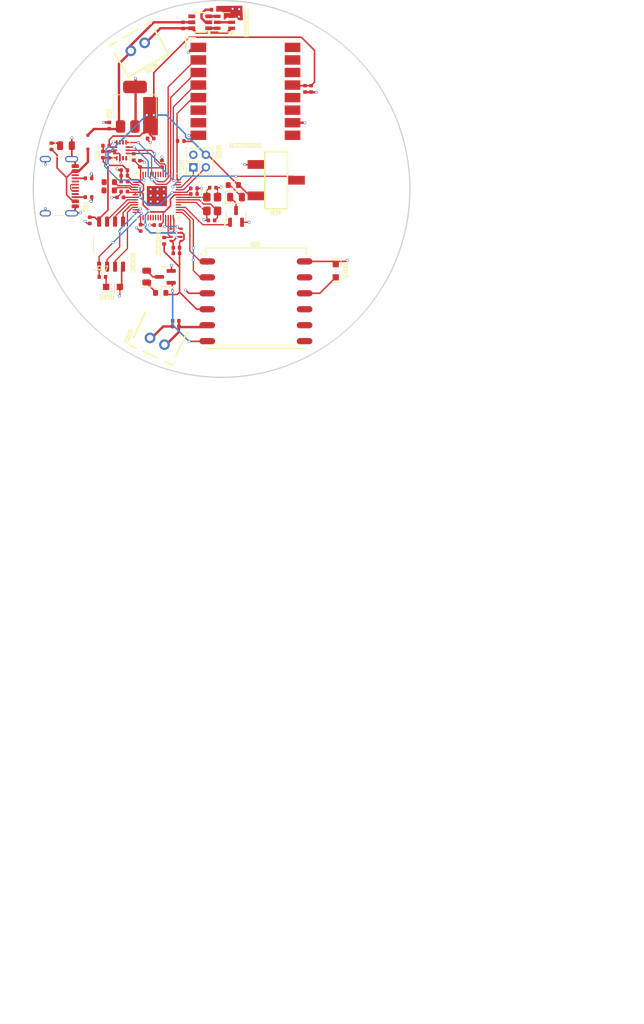
<source format=kicad_pcb>
(kicad_pcb (version 20241229) (generator "pcbnew") (generator_version "9.0")
  (layers (0 "F.Cu" signal) (4 "In1.Cu" power) (6 "In2.Cu" power) (2 "B.Cu" signal) (13 "F.Paste" user) (15 "B.Paste" user) (5 "F.SilkS" user "F.Silkscreen") (7 "B.SilkS" user "B.Silkscreen") (1 "F.Mask" user) (3 "B.Mask" user) (25 "Edge.Cuts" user))
  (net 0 "")
  (net 1 "+3.3V")
  (net 2 "+BATT")
  (net 3 "/SPI1_SCK")
  (net 4 "+1V1")
  (net 5 "/USB_FS_DN")
  (net 6 "/USB_FS_DP")
  (net 7 "/XIN")
  (net 8 "Net-(Q1-D)")
  (net 9 "Net-(D2-Pad2)")
  (net 10 "Net-(D6-Pad2)")
  (net 11 "Net-(D3-Pad2)")
  (net 16 "GND")
  (net 26 "/Lora_RES")
  (net 28 "Net-(P1-CC2)")
  (net 29 "Net-(Q3-D)")
  (net 30 "/SWDIO")
  (net 33 "/SWCLK")
  (net 34 "Net-(Q3-G)")
  (net 35 "/IMU_INT")
  (net 37 "Net-(U6-~{RESET})")
  (net 38 "Net-(JP1-B)")
  (net 39 "Net-(P1-CC1)")
  (net 40 "+5V")
  (net 41 "/SPI1_RX")
  (net 42 "/SPI0_CSn")
  (net 43 "/SPI0_RX")
  (net 44 "/QSPI_SD2")
  (net 45 "/QSPI_SD3")
  (net 46 "/SPI0_TX")
  (net 47 "/QSPI_SD1")
  (net 48 "/SPI1_CSn")
  (net 49 "/QSPI_SCLK")
  (net 50 "/SPI1_TX")
  (net 51 "/QSPI_NSS")
  (net 52 "/SPI0_SCK")
  (net 53 "/QSPI_SD0")
  (net 54 "/XOUT")
  (net 55 "/UART0_TX")
  (net 56 "/UART0_RX")
  (net 57 "Net-(Q1-G)")
  (net 58 "Net-(U4-USB_DP)")
  (net 59 "Net-(U4-USB_DM)")
  (net 60 "+1S LiPo")
  (net 61 "-1S LiPo")
  (net 62 "Net-(Q2-D-Pad2)")
  (net 63 "Net-(Q2-G2)")
  (net 64 "Net-(Q2-G1)")
  (net 66 "Net-(R3-CS)")
  (net 67 "Net-(SW1-B)")
  (footprint "PCM_JLCPCB:D_0805" (layer "F.Cu") (at 166.3 45.8)
    (property "Reference" "D2" (hide yes))
    (property "Value" "Red")
  )
  (footprint "PCM_JLCPCB:C_0402" (layer "F.Cu") (at 178.25 28.55 -90)
    (property "Reference" "C3" (hide yes))
    (property "Value" "10uF")
  )
  (footprint "PCM_JLCPCB:C_0402" (layer "F.Cu") (at 148.5 43.3 180)
    (property "Reference" "C18" (hide yes))
    (property "Value" "100nF")
  )
  (footprint "easyeda2kicad:CONN-TH_B2B-XH-A-LF-SN" (layer "F.Cu") (at 153.748989 68.763275 -25)
    (property "Reference" "BATT1")
    (property "Value" "Connector")
  )
  (footprint "Resistor_SMD:R_0402_1005Metric" (layer "F.Cu") (at 142.8 42.8 180)
    (property "Reference" "R1" (hide yes))
    (property "Value" "5.1kΩ")
  )
  (footprint "PCM_JLCPCB:C_0402" (layer "F.Cu") (at 145.1 39.025 -90)
    (property "Reference" "C6" (hide yes))
    (property "Value" "100nF")
  )
  (footprint "Resistor_SMD:R_0603_1608Metric" (layer "F.Cu") (at 165.875 43.875 180)
    (property "Reference" "R16" (hide yes))
    (property "Value" "75Ω")
  )
  (footprint "Resistor_SMD:R_0402_1005Metric" (layer "F.Cu") (at 145.01 58.5)
    (property "Reference" "R7")
    (property "Value" "5.1kΩ")
  )
  (footprint "PCM_JLCPCB:C_0402" (layer "F.Cu") (at 145.6 37.6)
    (property "Reference" "C8" (hide yes))
    (property "Value" "10nF")
  )
  (footprint "PCM_JLCPCB:C_0402" (layer "F.Cu") (at 148.5 41.5 180)
    (property "Reference" "C25" (hide yes))
    (property "Value" "100nF")
  )
  (footprint "PCM_JLCPCB:C_0402" (layer "F.Cu") (at 157.85 18.45 90)
    (property "Reference" "C20" (hide yes))
    (property "Value" "100nF")
  )
  (footprint "PCM_JLCPCB:C_0402" (layer "F.Cu") (at 147.857644 45.836566 180)
    (property "Reference" "C22" (hide yes))
    (property "Value" "1uF")
  )
  (footprint "Package_LGA:Bosch_LGA-8_2x2.5mm_P0.65mm_ClockwisePinNumbering" (layer "F.Cu") (at 156.75 51.8 90)
    (property "Reference" "U3" (hide yes))
    (property "Value" "BMP280")
  )
  (footprint "Resistor_SMD:R_0402_1005Metric" (layer "F.Cu") (at 142.8 45.8 180)
    (property "Reference" "R2" (hide yes))
    (property "Value" "5.1kΩ")
  )
  (footprint "PCM_JLCPCB:C_0402" (layer "F.Cu") (at 159.6 44.4)
    (property "Reference" "C19" (hide yes))
    (property "Value" "100nF")
  )
  (footprint "PCM_JLCPCB:C_0402" (layer "F.Cu") (at 159.6 45.3)
    (property "Reference" "C13" (hide yes))
    (property "Value" "100nF")
  )
  (footprint "PCM_JLCPCB:C_0402" (layer "F.Cu") (at 154.5 40.484493 90)
    (property "Reference" "C16" (hide yes))
    (property "Value" "100nF")
  )
  (footprint "TestPoint:TestPoint_Pad_1.0x1.0mm" (layer "F.Cu") (at 182.186857 58.56907 90)
    (property "Reference" "REF**" (hide yes))
    (property "Value" "TestPoint_Pad_1.0x1.0mm")
  )
  (footprint "PCM_JLCPCB:C_0402" (layer "F.Cu") (at 156.7 66.4 180)
    (property "Reference" "C31" (hide yes))
    (property "Value" "100nF")
  )
  (footprint "PCM_JLCPCB:C_0402" (layer "F.Cu") (at 143 49.5 90)
    (property "Reference" "C1" (hide yes))
    (property "Value" "100nF")
  )
  (footprint "Package_SO:SOIC-8_5.3x5.3mm_P1.27mm" (layer "F.Cu") (at 146.392637 53.285382 90)
    (property "Reference" "U2" (hide yes))
    (property "Value" "W25Q16JVSS")
  )
  (footprint "Resistor_SMD:R_0402_1005Metric" (layer "F.Cu") (at 136.9 37.7 90)
    (property "Reference" "R11" (hide yes))
    (property "Value" "200Ω")
  )
  (footprint "PCM_JLCPCB:C_0402" (layer "F.Cu") (at 146.1 34.4 90)
    (property "Reference" "C5" (hide yes))
    (property "Value" "4.7uF")
  )
  (footprint "easyeda2kicad:LGA-14_L3.0-W2.5-P0.50-TL" (layer "F.Cu") (at 148.05 38.34 -90)
    (property "Reference" "U1" (hide yes))
    (property "Value" "ICM-42605")
  )
  (footprint "PCM_JLCPCB:Q_SOT-23" (layer "F.Cu") (at 155.03 58.5 180)
    (property "Reference" "Q3" (hide yes))
    (property "Value" "AO3400A")
  )
  (footprint "Package_DFN_QFN:QFN-56-1EP_7x7mm_P0.4mm_EP3.2x3.2mm" (layer "F.Cu") (at 153.691038 45.627972 90)
    (property "Reference" "U4" (hide yes))
    (property "Value" "RP2040")
  )
  (footprint "easyeda2kicad:SOT-23-6_L2.9-W1.6-P0.95-LS2.8-BL" (layer "F.Cu") (at 164.45 17.95 90)
    (property "Reference" "Q2" (hide yes))
    (property "Value" "NCE8205")
  )
  (footprint "TestPoint:TestPoint_Pad_1.0x1.0mm" (layer "F.Cu") (at 147.8 60.1)
    (property "Reference" "REF**" (hide yes))
    (property "Value" "TestPoint_Pad_1.0x1.0mm")
  )
  (footprint "PCM_JLCPCB:C_0402" (layer "F.Cu") (at 151 40.5 90)
    (property "Reference" "C29" (hide yes))
    (property "Value" "100nF")
  )
  (footprint "TestPoint:TestPoint_Pad_1.0x1.0mm" (layer "F.Cu") (at 182.186857 56.46907 180)
    (property "Reference" "REF**" (hide yes))
    (property "Value" "TestPoint_Pad_1.0x1.0mm")
  )
  (footprint "PCM_JLCPCB:R_0603" (layer "F.Cu") (at 146.091285 44.734785)
    (property "Reference" "R17" (hide yes))
    (property "Value" "27Ω")
  )
  (footprint "PCM_JLCPCB:C_0402" (layer "F.Cu") (at 146.078059 39.04 90)
    (property "Reference" "C7" (hide yes))
    (property "Value" "2.2uF")
  )
  (footprint "Crystal:Crystal_SMD_3225-4Pin_3.2x2.5mm" (layer "F.Cu") (at 162.5 46.9 -90)
    (property "Reference" "X1" (hide yes))
    (property "Value" "Crystal_GND24_Small")
  )
  (footprint "PCM_JLCPCB:R_0603" (layer "F.Cu") (at 146.111701 43.407735)
    (property "Reference" "R18" (hide yes))
    (property "Value" "27Ω")
  )
  (footprint "TestPoint:TestPoint_Pad_1.0x1.0mm" (layer "F.Cu") (at 145.6 60.1 90)
    (property "Reference" "REF**" (hide yes))
    (property "Value" "TestPoint_Pad_1.0x1.0mm")
  )
  (footprint "Resistor_SMD:R_0402_1005Metric" (layer "F.Cu") (at 157.5 36.85 180)
    (property "Reference" "R10" (hide yes))
    (property "Value" "5.1kΩ")
  )
  (footprint "Diode_SMD:D_SOD-323F" (layer "F.Cu") (at 142.7 37.05 -90)
    (property "Reference" "D1" (hide yes))
    (property "Value" "PMEG3015EJ")
  )
  (footprint "PCM_JLCPCB:C_0402" (layer "F.Cu") (at 152.7 36.45 180)
    (property "Reference" "C4" (hide yes))
    (property "Value" "4.7uF")
  )
  (footprint "PCM_JLCPCB:C_0402" (layer "F.Cu") (at 148.5 42.4 180)
    (property "Reference" "C14" (hide yes))
    (property "Value" "100nF")
  )
  (footprint "Connector_USB:USB_C_Receptacle_GCT_USB4105-xx-A_16P_TopMnt_Horizontal" (layer "F.Cu") (at 137.00625 44.05625 -90)
    (property "Reference" "P1" (hide yes))
    (property "Value" "USB_C_Plug")
  )
  (footprint "Connector_PinHeader_2.00mm:PinHeader_2x02_P2.00mm_Vertical" (layer "F.Cu") (at 159.5 41.05 90)
    (property "Reference" "SWD1")
    (property "Value" "Conn_01x04_Pin")
  )
  (footprint "PCM_JLCPCB:C_0402" (layer "F.Cu") (at 156.8 54.75 180)
    (property "Reference" "C12" (hide yes))
    (property "Value" "100nF")
  )
  (footprint "PCM_JLCPCB:D_0805" (layer "F.Cu") (at 139.2 37.6 180)
    (property "Reference" "D3" (hide yes))
    (property "Value" "Green")
  )
  (footprint "PCM_JLCPCB:C_0402" (layer "F.Cu") (at 162.6 44.3 180)
    (property "Reference" "C10" (hide yes))
    (property "Value" "15pF")
  )
  (footprint "Lora1276:COMM-SMD_LORA1276-C1-915MHZ" (layer "F.Cu") (at 167.8 28.95)
    (property "Reference" "U7" (hide yes))
    (property "Value" "915MHz")
  )
  (footprint "PCM_JLCPCB:C_0402" (layer "F.Cu") (at 151.1 50.7 -90)
    (property "Reference" "C2" (hide yes))
    (property "Value" "100nF")
  )
  (footprint "Package_TO_SOT_SMD:SOT-223-3_TabPin2" (layer "F.Cu") (at 150.2 31.4 90)
    (property "Reference" "U9" (hide yes))
    (property "Value" "AP7361C-33E")
  )
  (footprint "MountingHole:MountingHole_2.1mm" (layer "F.Cu") (at 140.8 30.8)
    (property "Reference" "REF**" (hide yes))
    (property "Value" "MountingHole_2.1mm")
  )
  (footprint "Resistor_SMD:R_0402_1005Metric" (layer "F.Cu") (at 150 39.4 90)
    (property "Reference" "R12" (hide yes))
    (property "Value" "5.1kΩ")
  )
  (footprint "easyeda2kicad:CONN-TH_B2B-XH-A-LF-SN" (layer "F.Cu") (at 150.644999 21.860027 -150)
    (property "Reference" "LIPO1")
    (property "Value" "Connector")
  )
  (footprint "PCM_JLCPCB:C_0402" (layer "F.Cu") (at 162.4 49.5)
    (property "Reference" "C11" (hide yes))
    (property "Value" "15pF")
  )
  (footprint "PCM_JLCPCB:C_0402" (layer "F.Cu") (at 156.7 65.5 180)
    (property "Reference" "C15" (hide yes))
    (property "Value" "4.7uF")
  )
  (footprint "PCM_JLCPCB:C_0402" (layer "F.Cu") (at 153.75 50.25 180)
    (property "Reference" "C9" (hide yes))
    (property "Value" "100nF")
  )
  (footprint "MountingHole:MountingHole_2.1mm" (layer "F.Cu") (at 186.9 57.6)
    (property "Reference" "REF**" (hide yes))
    (property "Value" "MountingHole_2.1mm")
  )
  (footprint "Resistor_SMD:R_0402_1005Metric" (layer "F.Cu") (at 154.85 52.75 -90)
    (property "Reference" "R9" (hide yes))
    (property "Value" "5.1kΩ")
  )
  (footprint "L86:XCVR_L86-M33" (layer "F.Cu") (at 169.470171 62.387199)
    (property "Reference" "U6" (hide yes))
    (property "Value" "L86-M33")
  )
  (footprint "MountingHole:MountingHole_2.1mm" (layer "F.Cu") (at 140.8 57.7)
    (property "Reference" "REF**" (hide yes))
    (property "Value" "MountingHole_2.1mm")
  )
  (footprint "PCM_JLCPCB:D_0805" (layer "F.Cu") (at 152.07 58.45 -90)
    (property "Reference" "D6" (hide yes))
    (property "Value" "Red")
  )
  (footprint "PCM_JLCPCB:C_0402" (layer "F.Cu") (at 177.3 28.55 -90)
    (property "Reference" "C28" (hide yes))
    (property "Value" "100nF")
  )
  (footprint "easyeda2kicad:SOT-23-6_L2.9-W1.6-P0.95-LS2.8-BR" (layer "F.Cu") (at 160.6 17.95)
    (property "Reference" "R3" (hide yes))
    (property "Value" "FM2113_C2832124")
  )
  (footprint "PCM_JLCPCB:Q_SOT-23" (layer "F.Cu") (at 166.3 48.865 90)
    (property "Reference" "Q1" (hide yes))
    (property "Value" "AO3400A")
  )
  (footprint "PCM_JLCPCB:C_0402" (layer "F.Cu") (at 148.5 44.9 180)
    (property "Reference" "C23" (hide yes))
    (property "Value" "1uF")
  )
  (footprint "Resistor_SMD:R_0603_1608Metric" (layer "F.Cu") (at 154.3 61.05 180)
    (property "Reference" "R13" (hide yes))
    (property "Value" "75Ω")
  )
  (footprint "PCM_JLCPCB:R_0402" (layer "F.Cu") (at 162.9 15.95)
    (property "Reference" "R4" (hide yes))
    (property "Value" "2kΩ" (hide yes))
  )
  (footprint "PCM_JLCPCB:C_0402" (layer "F.Cu") (at 156.8 53.85 180)
    (property "Reference" "C17" (hide yes))
    (property "Value" "100nF")
  )
  (footprint "SW-SHOUHAN_MST-22D18G23J_C2875122:SW-SMD_SHOUHAN_MST-22D18G23J_C2875122" (layer "F.Cu") (at 172.7 43.1 -90)
    (property "Reference" "SW1")
    (property "Value" "SW_SPDT")
  )
  (gr_circle (center 164 44.5) (end 194 44.5) (stroke (width 0.2)) (fill no) (layer "Edge.Cuts"))
  (gr_text "PROTECTION" (at 167.95 18.025 90) (layer "F.SilkS" knockout) (effects (font (size 0.5 0.5) (thickness 0.125))))
  (gr_text "RESET" (at 145.7 61.75 0) (layer "F.SilkS" knockout) (effects (font (size 0.5 0.5) (thickness 0.125))))
  (gr_text "RESET" (at 183.75 57.6 90) (layer "F.SilkS" knockout) (effects (font (size 0.5 0.5) (thickness 0.125))))
  (segment (start 154.691038 42.190472) (end 154.691038 41.008962) (width 0.2) (layer "F.Cu") (net 1))
  (segment (start 157.3 60.927362) (end 160.029837 63.657199) (width 0.254) (layer "F.Cu") (net 1))
  (segment (start 151.125 50.175) (end 151.1 50.2) (width 0.254) (layer "F.Cu") (net 1))
  (segment (start 150.253538 43.027972) (end 149.627972 43.027972) (width 0.2) (layer "F.Cu") (net 1))
  (segment (start 161.5 39.05) (end 161.8 39.05) (width 0.254) (layer "F.Cu") (net 1))
  (segment (start 151.505 45.310944) (end 151.222028 45.027972) (width 0.254) (layer "F.Cu") (net 1))
  (segment (start 157.7302 52.775) (end 157.55 52.775) (width 0.254) (layer "F.Cu") (net 1))
  (segment (start 155.125 61.18) (end 155.125 61.05) (width 0.254) (layer "F.Cu") (net 1))
  (segment (start 156.85 51.475) (end 157.55 51.475) (width 0.254) (layer "F.Cu") (net 1))
  (segment (start 154.2 50.3) (end 154.25 50.25) (width 0.2) (layer "F.Cu") (net 1))
  (segment (start 154.691038 41.008962) (end 154.7 41) (width 0.2) (layer "F.Cu") (net 1))
  (segment (start 145.7 40.7) (end 145.152649 40.152649) (width 0.254) (layer "F.Cu") (net 1))
  (segment (start 147.04 37.84) (end 146.34 37.84) (width 0.254) (layer "F.Cu") (net 1))
  (segment (start 150.975 36.075) (end 146.7 36.075) (width 0.254) (layer "F.Cu") (net 1))
  (segment (start 159.1 45.3) (end 158.972028 45.427972) (width 0.2) (layer "F.Cu") (net 1))
  (segment (start 151.095921 50.240947) (end 151.095921 49.070355) (width 0.2) (layer "F.Cu") (net 1))
  (segment (start 157.3 56.925) (end 154.85 54.475) (width 0.254) (layer "F.Cu") (net 1))
  (segment (start 146.7 36.075) (end 146.1 36.675) (width 0.254) (layer "F.Cu") (net 1))
  (segment (start 155.85 46.102362) (end 156.52439 45.427972) (width 0.254) (layer "F.Cu") (net 1))
  (segment (start 157.3 53.025) (end 157.55 52.775) (width 0.254) (layer "F.Cu") (net 1))
  (segment (start 154.682076 48.15) (end 154.691038 48.158962) (width 0.254) (layer "F.Cu") (net 1))
  (segment (start 146.34 37.84) (end 146.1 37.6) (width 0.254) (layer "F.Cu") (net 1))
  (segment (start 150.654104 43.027972) (end 151.054104 43.427972) (width 0.2) (layer "F.Cu") (net 1))
  (segment (start 151.505 47.047134) (end 151.505 45.310944) (width 0.254) (layer "F.Cu") (net 1))
  (segment (start 151 41) (end 151.1326 41.1326) (width 0.2) (layer "F.Cu") (net 1))
  (segment (start 145.894301 40.7) (end 145.894301 47.855699) (width 0.254) (layer "F.Cu") (net 1))
  (segment (start 154.691038 49.065472) (end 154.691038 49.808962) (width 0.2) (layer "F.Cu") (net 1))
  (segment (start 156.52439 45.427972) (end 157.128538 45.427972) (width 0.222) (layer "F.Cu") (net 1))
  (segment (start 150.253538 43.027972) (end 150.654104 43.027972) (width 0.2) (layer "F.Cu") (net 1))
  (segment (start 149.627972 43.027972) (end 149 42.4) (width 0.2) (layer "F.Cu") (net 1))
  (segment (start 158.0026 52.5026) (end 157.7302 52.775) (width 0.254) (layer "F.Cu") (net 1))
  (segment (start 166.625 43.875) (end 166.7 43.875) (width 0.254) (layer "F.Cu") (net 1))
  (segment (start 158.0896 36.9296) (end 159.3796 36.9296) (width 0.254) (layer "F.Cu") (net 1))
  (segment (start 158.85 20.325) (end 176.7 20.325) (width 0.254) (layer "F.Cu") (net 1))
  (segment (start 166.7 43.875) (end 166.75 43.875) (width 0.254) (layer "F.Cu") (net 1))
  (segment (start 156.920762 61.3066) (end 155.2516 61.3066) (width 0.254) (layer "F.Cu") (net 1))
  (segment (start 150.253538 45.027972) (end 151.222028 45.027972) (width 0.254) (layer "F.Cu") (net 1))
  (segment (start 149 41.5) (end 149 42.4) (width 0.254) (layer "F.Cu") (net 1))
  (segment (start 177.3 28.05) (end 175.4 28.05) (width 0.254) (layer "F.Cu") (net 1))
  (segment (start 154.85 54.475) (end 154.85 53.26) (width 0.254) (layer "F.Cu") (net 1))
  (segment (start 154.9 48.15) (end 154.7 48.15) (width 0.254) (layer "F.Cu") (net 1))
  (segment (start 151.091038 42.190472) (end 151.091038 41.008962) (width 0.2) (layer "F.Cu") (net 1))
  (segment (start 157.3 54.75) (end 157.3 56.925) (width 0.254) (layer "F.Cu") (net 1))
  (segment (start 178.25 28.05) (end 177.3 28.05) (width 0.254) (layer "F.Cu") (net 1))
  (segment (start 160.029837 63.657199) (end 161.720171 63.657199) (width 0.254) (layer "F.Cu") (net 1))
  (segment (start 175.4 28.05) (end 175.3 27.95) (width 0.254) (layer "F.Cu") (net 1))
  (segment (start 152.5 34.55) (end 150.975 36.075) (width 0.254) (layer "F.Cu") (net 1))
  (segment (start 151.095921 49.070355) (end 151.091038 49.065472) (width 0.2) (layer "F.Cu") (net 1))
  (segment (start 151 40.91) (end 150 39.91) (width 0.2) (layer "F.Cu") (net 1))
  (segment (start 145.944301 40.75) (end 145.894301 40.7) (width 0.254) (layer "F.Cu") (net 1))
  (segment (start 152.453933 47.996067) (end 151.505 47.047134) (width 0.254) (layer "F.Cu") (net 1))
  (segment (start 149.255757 45.027972) (end 149.037038 44.809253) (width 0.2) (layer "F.Cu") (net 1))
  (segment (start 145.152649 40.152649) (end 145.152649 39.556982) (width 0.254) (layer "F.Cu") (net 1))
  (segment (start 146.1 36.675) (end 146.1 37.6) (width 0.254) (layer "F.Cu") (net 1))
  (segment (start 145.894301 47.855699) (end 144.487637 49.262363) (width 0.254) (layer "F.Cu") (net 1))
  (segment (start 154.401893 41.1326) (end 154.55 40.984493) (width 0.2) (layer "F.Cu") (net 1))
  (segment (start 144.487637 49.697882) (end 143.789755 49) (width 0.254) (layer "F.Cu") (net 1))
  (segment (start 157.3 56.925) (end 157.3 60.6) (width 0.254) (layer "F.Cu") (net 1))
  (segment (start 154.691038 49.808962) (end 154.25 50.25) (width 0.2) (layer "F.Cu") (net 1))
  (segment (start 157.3 60.927362) (end 156.920762 61.3066) (width 0.254) (layer "F.Cu") (net 1))
  (segment (start 153.28 36.53) (end 153.2 36.45) (width 0.381) (layer "F.Cu") (net 1))
  (segment (start 166.75 43.875) (end 168.475 45.6) (width 0.254) (layer "F.Cu") (net 1))
  (segment (start 153.2 32.725) (end 153.2 25.975) (width 0.254) (layer "F.Cu") (net 1))
  (segment (start 150.253538 45.027972) (end 149.255757 45.027972) (width 0.2) (layer "F.Cu") (net 1))
  (segment (start 153.2 25.975) (end 158.85 20.325) (width 0.254) (layer "F.Cu") (net 1))
  (segment (start 158.972028 45.427972) (end 157.128538 45.427972) (width 0.2) (layer "F.Cu") (net 1))
  (segment (start 151.091038 43.391038) (end 151.127972 43.427972) (width 0.254) (layer "F.Cu") (net 1))
  (segment (start 158.01 36.85) (end 158.0896 36.9296) (width 0.254) (layer "F.Cu") (net 1))
  (segment (start 157.55 51.475) (end 157.7302 51.475) (width 0.254) (layer "F.Cu") (net 1))
  (segment (start 149 41.5) (end 148.25 40.75) (width 0.254) (layer "F.Cu") (net 1))
  (segment (start 152.607866 48.15) (end 154.682076 48.15) (width 0.254) (layer "F.Cu") (net 1))
  (segment (start 151.222028 45.027972) (end 151.55 44.7) (width 0.254) (layer "F.Cu") (net 1))
  (segment (start 151.85 50.175) (end 151.125 50.175) (width 0.254) (layer "F.Cu") (net 1))
  (segment (start 178.8 27.5) (end 178.25 28.05) (width 0.254) (layer "F.Cu") (net 1))
  (segment (start 146.061077 39.556982) (end 146.078059 39.54) (width 0.2) (layer "F.Cu") (net 1))
  (segment (start 151.091038 42.190472) (end 151.091038 43.391038) (width 0.2) (layer "F.Cu") (net 1))
  (segment (start 161.8 39.05) (end 166.625 43.875) (width 0.254) (layer "F.Cu") (net 1))
  (segment (start 159.3796 36.9296) (end 161.5 39.05) (width 0.254) (layer "F.Cu") (net 1))
  (segment (start 144.487637 49.262363) (end 144.487637 49.697882) (width 0.254) (layer "F.Cu") (net 1))
  (segment (start 148.25 40.75) (end 145.944301 40.75) (width 0.254) (layer "F.Cu") (net 1))
  (segment (start 151.091038 41.008962) (end 151.1 41) (width 0.2) (layer "F.Cu") (net 1))
  (segment (start 152.5 35.75) (end 153.2 36.45) (width 0.254) (layer "F.Cu") (net 1))
  (segment (start 152.5 34.55) (end 152.5 35.75) (width 0.254) (layer "F.Cu") (net 1))
  (segment (start 151.116238 50.261264) (end 151.095921 50.240947) (width 0.2) (layer "F.Cu") (net 1))
  (segment (start 147.24 39.54) (end 147.3 39.6) (width 0.2) (layer "F.Cu") (net 1))
  (segment (start 151 41) (end 151 40.91) (width 0.2) (layer "F.Cu") (net 1))
  (segment (start 157.3 60.6) (end 157.3 60.927362) (width 0.254) (layer "F.Cu") (net 1))
  (segment (start 143.789755 49) (end 143 49) (width 0.254) (layer "F.Cu") (net 1))
  (segment (start 156.825 51.5) (end 156.85 51.475) (width 0.254) (layer "F.Cu") (net 1))
  (segment (start 151.55 44.7) (end 151.55 43.85) (width 0.254) (layer "F.Cu") (net 1))
  (segment (start 145.152649 39.556982) (end 146.061077 39.556982) (width 0.2) (layer "F.Cu") (net 1))
  (segment (start 155.85 47.2) (end 154.9 48.15) (width 0.254) (layer "F.Cu") (net 1))
  (segment (start 157.3 54.75) (end 157.3 53.025) (width 0.254) (layer "F.Cu") (net 1))
  (segment (start 150.253538 43.427972) (end 151.054104 43.427972) (width 0.2) (layer "F.Cu") (net 1))
  (segment (start 155.85 46.102362) (end 155.85 47.2) (width 0.254) (layer "F.Cu") (net 1))
  (segment (start 178.8 22.425) (end 178.8 27.5) (width 0.254) (layer "F.Cu") (net 1))
  (segment (start 154.691038 49.065472) (end 154.691038 48.158962) (width 0.2) (layer "F.Cu") (net 1))
  (segment (start 176.7 20.325) (end 178.8 22.425) (width 0.254) (layer "F.Cu") (net 1))
  (segment (start 157.7302 51.475) (end 158.0026 51.7474) (width 0.254) (layer "F.Cu") (net 1))
  (segment (start 145.31 39.6) (end 145.25 39.54) (width 0.254) (layer "F.Cu") (net 1))
  (segment (start 152.453933 47.996067) (end 152.607866 48.15) (width 0.254) (layer "F.Cu") (net 1))
  (segment (start 145.894301 40.7) (end 145.7 40.7) (width 0.254) (layer "F.Cu") (net 1))
  (segment (start 168.475 45.6) (end 169.54 45.6) (width 0.254) (layer "F.Cu") (net 1))
  (segment (start 146.078059 39.54) (end 147.24 39.54) (width 0.2) (layer "F.Cu") (net 1))
  (segment (start 151.1326 41.1326) (end 154.401893 41.1326) (width 0.2) (layer "F.Cu") (net 1))
  (segment (start 155.2516 61.3066) (end 155.125 61.18) (width 0.254) (layer "F.Cu") (net 1))
  (segment (start 151.55 43.85) (end 151.127972 43.427972) (width 0.254) (layer "F.Cu") (net 1))
  (segment (start 150.253538 45.427972) (end 150.253538 45.027972) (width 0.2) (layer "F.Cu") (net 1))
  (segment (start 158.0026 51.7474) (end 158.0026 52.5026) (width 0.254) (layer "F.Cu") (net 1))
  (via (at 153.2 32.725) (size 0.45) (drill 0.3) (layers "F.Cu" "B.Cu") (net 1))
  (via (at 156.825 51.5) (size 0.45) (drill 0.3) (layers "F.Cu" "B.Cu") (net 1))
  (via (at 145.894301 40.7) (size 0.45) (drill 0.3) (layers "F.Cu" "B.Cu") (net 1))
  (via (at 151.85 50.175) (size 0.45) (drill 0.3) (layers "F.Cu" "B.Cu") (net 1))
  (via (at 152.453933 47.996067) (size 0.45) (drill 0.3) (layers "F.Cu" "B.Cu") (net 1))
  (via (at 152.1 32.725) (size 0.45) (drill 0.3) (layers "F.Cu" "B.Cu") (net 1))
  (segment (start 151.85 48.65) (end 152.35 48.15) (width 0.254) (layer "B.Cu") (net 1))
  (segment (start 158.268 36.220362) (end 158.579638 36.532) (width 0.254) (layer "B.Cu") (net 1))
  (segment (start 151.85 50.175) (end 151.85 48.65) (width 0.254) (layer "B.Cu") (net 1))
  (segment (start 151.875 50.7) (end 151.875 50.3) (width 0.254) (layer "B.Cu") (net 1))
  (segment (start 145.894301 38.880699) (end 145.894301 40.7) (width 0.254) (layer "B.Cu") (net 1))
  (segment (start 156.825 51.5) (end 152.675 51.5) (width 0.254) (layer "B.Cu") (net 1))
  (segment (start 159.007 36.532) (end 161.5 39.025) (width 0.254) (layer "B.Cu") (net 1))
  (segment (start 152.675 51.5) (end 151.875 50.7) (width 0.254) (layer "B.Cu") (net 1))
  (segment (start 158.268 35.793) (end 158.268 36.220362) (width 0.254) (layer "B.Cu") (net 1))
  (segment (start 152.05 32.725) (end 145.894301 38.880699) (width 0.254) (layer "B.Cu") (net 1))
  (segment (start 155.2 32.725) (end 158.268 35.793) (width 0.254) (layer "B.Cu") (net 1))
  (segment (start 161.5 39.025) (end 161.5 39.05) (width 0.254) (layer "B.Cu") (net 1))
  (segment (start 152.35 48.1) (end 152.453933 47.996067) (width 0.254) (layer "B.Cu") (net 1))
  (segment (start 153.2 32.725) (end 155.2 32.725) (width 0.254) (layer "B.Cu") (net 1))
  (segment (start 152.35 48.15) (end 152.35 48.1) (width 0.254) (layer "B.Cu") (net 1))
  (segment (start 152.1 32.725) (end 152.05 32.725) (width 0.254) (layer "B.Cu") (net 1))
  (segment (start 158.579638 36.532) (end 159.007 36.532) (width 0.254) (layer "B.Cu") (net 1))
  (segment (start 161.54 66.5) (end 161.720171 66.319829) (width 0.381) (layer "F.Cu") (net 2))
  (segment (start 154.802022 69.67345) (end 157.2 67.275472) (width 0.381) (layer "F.Cu") (net 2))
  (segment (start 161.720171 66.319829) (end 161.720171 66.197199) (width 0.381) (layer "F.Cu") (net 2))
  (segment (start 157.2 66.4) (end 157.3 66.5) (width 0.381) (layer "F.Cu") (net 2))
  (segment (start 157.3 66.5) (end 161.54 66.5) (width 0.381) (layer "F.Cu") (net 2))
  (segment (start 157.2 67.275472) (end 157.2 66.4) (width 0.381) (layer "F.Cu") (net 2))
  (segment (start 157.2 66.4) (end 157.2 65.5) (width 0.381) (layer "F.Cu") (net 2))
  (segment (start 155.9 50.775) (end 155.9 48.966071) (width 0.2) (layer "F.Cu") (net 3))
  (segment (start 155.95 50.825) (end 155.9 50.775) (width 0.2) (layer "F.Cu") (net 3))
  (segment (start 150.253538 45.827972) (end 151 45.827972) (width 0.2) (layer "F.Cu") (net 4))
  (segment (start 150.253538 43.827972) (end 149.777972 43.827972) (width 0.2) (layer "F.Cu") (net 4))
  (segment (start 157.128538 45.027972) (end 156.172028 45.027972) (width 0.2) (layer "F.Cu") (net 4))
  (segment (start 148.327972 45.827972) (end 148.3 45.8) (width 0.2) (layer "F.Cu") (net 4))
  (segment (start 150.75436 43.827972) (end 151.025 44.098612) (width 0.2) (layer "F.Cu") (net 4))
  (segment (start 150.253538 45.827972) (end 148.327972 45.827972) (width 0.2) (layer "F.Cu") (net 4))
  (segment (start 150.253538 43.827972) (end 150.75436 43.827972) (width 0.2) (layer "F.Cu") (net 4))
  (segment (start 156.172028 45.027972) (end 156.1 45.1) (width 0.2) (layer "F.Cu") (net 4))
  (segment (start 157.128538 45.027972) (end 158.472028 45.027972) (width 0.2) (layer "F.Cu") (net 4))
  (segment (start 149.777972 43.827972) (end 149.25 43.3) (width 0.2) (layer "F.Cu") (net 4))
  (segment (start 158.472028 45.027972) (end 159.1 44.4) (width 0.2) (layer "F.Cu") (net 4))
  (segment (start 149.25 43.3) (end 149 43.3) (width 0.2) (layer "F.Cu") (net 4))
  (via (at 151 45.827972) (size 0.45) (drill 0.3) (layers "F.Cu" "B.Cu") (net 4))
  (via (at 151.025 44.098612) (size 0.45) (drill 0.3) (layers "F.Cu" "B.Cu") (net 4))
  (via (at 156.1 45.1) (size 0.45) (drill 0.3) (layers "F.Cu" "B.Cu") (net 4))
  (segment (start 151.025 44.098612) (end 151.025 45.802972) (width 0.254) (layer "B.Cu") (net 4))
  (segment (start 154.1 47.1) (end 152.272028 47.1) (width 0.254) (layer "B.Cu") (net 4))
  (segment (start 151.025 45.802972) (end 151 45.827972) (width 0.254) (layer "B.Cu") (net 4))
  (segment (start 152.272028 47.1) (end 151 45.827972) (width 0.254) (layer "B.Cu") (net 4))
  (segment (start 156.1 45.1) (end 154.1 47.1) (width 0.254) (layer "B.Cu") (net 4))
  (segment (start 139.935244 44.4873) (end 139.935244 43.927256) (width 0.146812) (layer "F.Cu") (net 6))
  (segment (start 140.05625 43.80625) (end 140.68625 43.80625) (width 0.146812) (layer "F.Cu") (net 6))
  (segment (start 139.935244 43.927256) (end 140.05625 43.80625) (width 0.146812) (layer "F.Cu") (net 6))
  (segment (start 140.254194 44.80625) (end 139.935244 44.4873) (width 0.146812) (layer "F.Cu") (net 6))
  (segment (start 140.68625 44.80625) (end 140.254194 44.80625) (width 0.146812) (layer "F.Cu") (net 6))
  (segment (start 160.427972 46.227972) (end 161.1 46.9) (width 0.2) (layer "F.Cu") (net 7))
  (segment (start 163.35 49.05) (end 162.9 49.5) (width 0.2) (layer "F.Cu") (net 7))
  (segment (start 163.35 48) (end 163.35 49.05) (width 0.2) (layer "F.Cu") (net 7))
  (segment (start 161.1 46.9) (end 162.25 46.9) (width 0.2) (layer "F.Cu") (net 7))
  (segment (start 157.128538 46.227972) (end 160.427972 46.227972) (width 0.2) (layer "F.Cu") (net 7))
  (segment (start 162.25 46.9) (end 163.35 48) (width 0.2) (layer "F.Cu") (net 7))
  (segment (start 166.3 46.74) (end 165.36 45.8) (width 0.2) (layer "F.Cu") (net 8))
  (segment (start 166.3 47.92) (end 166.3 46.74) (width 0.2) (layer "F.Cu") (net 8))
  (segment (start 167.24 45.8) (end 165.315 43.875) (width 0.2) (layer "F.Cu") (net 9))
  (segment (start 165.315 43.875) (end 165.05 43.875) (width 0.2) (layer "F.Cu") (net 9))
  (segment (start 152.07 59.495) (end 152.07 59.39) (width 0.254) (layer "F.Cu") (net 10))
  (segment (start 153.35 60.775) (end 152.07 59.495) (width 0.254) (layer "F.Cu") (net 10))
  (segment (start 153.35 61.05) (end 153.35 60.775) (width 0.254) (layer "F.Cu") (net 10))
  (segment (start 137.86 37.2) (end 138.26 37.6) (width 0.254) (layer "F.Cu") (net 11))
  (segment (start 136.9 37.2) (end 137.86 37.2) (width 0.254) (layer "F.Cu") (net 11))
  (segment (start 181.6 56.037199) (end 181.754986 56.037199) (width 0.254) (layer "F.Cu") (net 16))
  (segment (start 177.220171 56.037199) (end 181.6 56.037199) (width 0.254) (layer "F.Cu") (net 16))
  (segment (start 156.02 57.5) (end 155.97 57.55) (width 0.254) (layer "F.Cu") (net 16))
  (segment (start 158.275 60.6) (end 158.792199 61.117199) (width 0.254) (layer "F.Cu") (net 16))
  (segment (start 154.505065 39.4) (end 154.505065 39.984493) (width 0.2) (layer "F.Cu") (net 16))
  (segment (start 140.1875 48.3) (end 140.11125 48.37625) (width 0.2) (layer "F.Cu") (net 16))
  (segment (start 175.3 33.95) (end 177.25 33.95) (width 0.381) (layer "F.Cu") (net 16))
  (segment (start 140.68625 47.80125) (end 140.11125 48.37625) (width 0.254) (layer "F.Cu") (net 16))
  (segment (start 181.6 56.037199) (end 183.812801 56.037199) (width 0.254) (layer "F.Cu") (net 16))
  (segment (start 148 44.9) (end 148 45.19421) (width 0.2) (layer "F.Cu") (net 16))
  (segment (start 142.25 49.65) (end 142.6 50) (width 0.2) (layer "F.Cu") (net 16))
  (segment (start 156.02 56.675) (end 156.02 57.5) (width 0.254) (layer "F.Cu") (net 16))
  (segment (start 140.14 39.7075) (end 140.11125 39.73625) (width 0.254) (layer "F.Cu") (net 16))
  (segment (start 169.515 40.625) (end 169.54 40.6) (width 0.254) (layer "F.Cu") (net 16))
  (segment (start 142.6 50) (end 143 50) (width 0.2) (layer "F.Cu") (net 16))
  (segment (start 140.68625 40.31125) (end 140.11125 39.73625) (width 0.254) (layer "F.Cu") (net 16))
  (segment (start 148 43.3) (end 148 41.5) (width 0.254) (layer "F.Cu") (net 16))
  (segment (start 160.3 35.95) (end 158.85 35.95) (width 0.254) (layer "F.Cu") (net 16))
  (segment (start 147.8 61.475147) (end 147.727662 61.547485) (width 0.2) (layer "F.Cu") (net 16))
  (segment (start 152.2 36.45) (end 152.2 36.65) (width 0.254) (layer "F.Cu") (net 16))
  (segment (start 148.297637 56.872882) (end 148.075 57.095519) (width 0.254) (layer "F.Cu") (net 16))
  (segment (start 147.375 41.3) (end 147.575 41.5) (width 0.254) (layer "F.Cu") (net 16))
  (segment (start 156.3 53.125) (end 155.95 52.775) (width 0.254) (layer "F.Cu") (net 16))
  (segment (start 147.575 41.5) (end 148 41.5) (width 0.254) (layer "F.Cu") (net 16))
  (segment (start 163.8 44.3) (end 163.9 44.2) (width 0.2) (layer "F.Cu") (net 16))
  (segment (start 147.8 60.124852) (end 147.8 61.475147) (width 0.2) (layer "F.Cu") (net 16))
  (segment (start 161.65 49.25) (end 161.9 49.5) (width 0.2) (layer "F.Cu") (net 16))
  (segment (start 151.05 51.25) (end 151.1 51.2) (width 0.2) (layer "F.Cu") (net 16))
  (segment (start 158.7 22.75) (end 159.5 21.95) (width 0.381) (layer "F.Cu") (net 16))
  (segment (start 143.4 42.25) (end 143.4 42.8) (width 0.254) (layer "F.Cu") (net 16))
  (segment (start 158.85 35.95) (end 158.8 36) (width 0.254) (layer "F.Cu") (net 16))
  (segment (start 147.8 39.006) (end 147.634 38.84) (width 0.254) (layer "F.Cu") (net 16))
  (segment (start 154.7 66.4) (end 152.5 68.6) (width 0.381) (layer "F.Cu") (net 16))
  (segment (start 140.68625 40.85625) (end 140.68625 40.31125) (width 0.254) (layer "F.Cu") (net 16))
  (segment (start 177.35 29.1) (end 177.3 29.05) (width 0.381) (layer "F.Cu") (net 16))
  (segment (start 163.35 45.8) (end 163.35 44.55) (width 0.2) (layer "F.Cu") (net 16))
  (segment (start 156.325 52.775) (end 156.85 52.25) (width 0.254) (layer "F.Cu") (net 16))
  (segment (start 156.2 66.4) (end 154.7 66.4) (width 0.381) (layer "F.Cu") (net 16))
  (segment (start 145.15 37.64) (end 145.15 38.44) (width 0.254) (layer "F.Cu") (net 16))
  (segment (start 143.4 42.8) (end 143.3 42.9) (width 0.254) (layer "F.Cu") (net 16))
  (segment (start 143.25 42.1) (end 143.4 42.25) (width 0.254) (layer "F.Cu") (net 16))
  (segment (start 147.8 39.6) (end 147.8 40.19) (width 0.254) (layer "F.Cu") (net 16))
  (segment (start 161.65 48) (end 161.65 49.25) (width 0.2) (layer "F.Cu") (net 16))
  (segment (start 157.55 52.125) (end 156.975 52.125) (width 0.254) (layer "F.Cu") (net 16))
  (segment (start 147.634 38.84) (end 147.04 38.84) (width 0.254) (layer "F.Cu") (net 16))
  (segment (start 167.25 49.8) (end 168.4 49.8) (width 0.2) (layer "F.Cu") (net 16))
  (segment (start 135.93125 40.6) (end 135.93125 39.73625) (width 0.254) (layer "F.Cu") (net 16))
  (segment (start 160.1 45.3) (end 160.1 44.4) (width 0.2) (layer "F.Cu") (net 16))
  (segment (start 157.128538 46.627972) (end 159.927972 46.627972) (width 0.2) (layer "F.Cu") (net 16))
  (segment (start 151.45 40) (end 151 40) (width 0.2) (layer "F.Cu") (net 16))
  (segment (start 146.84 38.54) (end 147.04 38.34) (width 0.254) (layer "F.Cu") (net 16))
  (segment (start 156.3 54.75) (end 156.3 53.125) (width 0.254) (layer "F.Cu") (net 16))
  (segment (start 159.5 21.95) (end 160.3 21.95) (width 0.381) (layer "F.Cu") (net 16))
  (segment (start 151.7 40.25) (end 151.45 40) (width 0.2) (layer "F.Cu") (net 16))
  (segment (start 140.14 36.36) (end 140.14 37.6) (width 0.254) (layer "F.Cu") (net 16))
  (segment (start 163.35 44.55) (end 163.1 44.3) (width 0.2) (layer "F.Cu") (net 16))
  (segment (start 145.15 38.44) (end 145.25 38.54) (width 0.254) (layer "F.Cu") (net 16))
  (segment (start 179.1 29.1) (end 177.35 29.1) (width 0.381) (layer "F.Cu") (net 16))
  (segment (start 140.14 37.6) (end 140.14 39.7075) (width 0.254) (layer "F.Cu") (net 16))
  (segment (start 161.3 49.5) (end 161.2 49.4) (width 0.2) (layer "F.Cu") (net 16))
  (segment (start 145.25 38.54) (end 146.84 38.54) (width 0.254) (layer "F.Cu") (net 16))
  (segment (start 167.675 40.625) (end 169.515 40.625) (width 0.254) (layer "F.Cu") (net 16))
  (segment (start 148.075 59.825) (end 147.8 60.1) (width 0.254) (layer "F.Cu") (net 16))
  (segment (start 148.075 57.095519) (end 148.075 59.825) (width 0.254) (layer "F.Cu") (net 16))
  (segment (start 165.6 17) (end 166.7 17) (width 0.381) (layer "F.Cu") (net 16))
  (segment (start 156.2 65.5) (end 156.2 66.4) (width 0.381) (layer "F.Cu") (net 16))
  (segment (start 147.357644 45.836566) (end 146.563434 45.836566) (width 0.2) (layer "F.Cu") (net 16))
  (segment (start 159.927972 46.627972) (end 161.3 48) (width 0.2) (layer "F.Cu") (net 16))
  (segment (start 161.9 49.5) (end 161.3 49.5) (width 0.2) (layer "F.Cu") (net 16))
  (segment (start 155.95 52.775) (end 156.325 52.775) (width 0.254) (layer "F.Cu") (net 16))
  (segment (start 148 45.19421) (end 147.357644 45.836566) (width 0.2) (layer "F.Cu") (net 16))
  (segment (start 158.792199 61.117199) (end 161.720171 61.117199) (width 0.254) (layer "F.Cu") (net 16))
  (segment (start 143.4 45.8) (end 143.4 46.25) (width 0.254) (layer "F.Cu") (net 16))
  (segment (start 150.45 50.675) (end 151.025 51.25) (width 0.2) (layer "F.Cu") (net 16))
  (segment (start 147.8 39.6) (end 147.8 39.006) (width 0.254) (layer "F.Cu") (net 16))
  (segment (start 166.7 17) (end 166.75 17.05) (width 0.381) (layer "F.Cu") (net 16))
  (segment (start 165.6 17) (end 164.55 15.95) (width 0.381) (layer "F.Cu") (net 16))
  (segment (start 183.812801 56.037199) (end 184 55.85) (width 0.254) (layer "F.Cu") (net 16))
  (segment (start 135.93125 47.6) (end 135.93125 48.37625) (width 0.254) (layer "F.Cu") (net 16))
  (segment (start 152.2 36.65) (end 152.65 37.1) (width 0.254) (layer "F.Cu") (net 16))
  (segment (start 150.3 26.9) (end 150.3 34.75) (width 0.381) (layer "F.Cu") (net 16))
  (segment (start 164.55 15.95) (end 163.4 15.95) (width 0.381) (layer "F.Cu") (net 16))
  (segment (start 161.3 48) (end 161.65 48) (width 0.2) (layer "F.Cu") (net 16))
  (segment (start 147.04 38.84) (end 147.04 38.34) (width 0.254) (layer "F.Cu") (net 16))
  (segment (start 151.025 51.25) (end 151.05 51.25) (width 0.2) (layer "F.Cu") (net 16))
  (segment (start 146.1 33.9) (end 145.2 33.9) (width 0.381) (layer "F.Cu") (net 16))
  (segment (start 181.754986 56.037199) (end 182.186857 56.46907) (width 0.254) (layer "F.Cu") (net 16))
  (segment (start 163.1 44.3) (end 163.8 44.3) (width 0.2) (layer "F.Cu") (net 16))
  (segment (start 143.4 46.25) (end 143.2 46.45) (width 0.254) (layer "F.Cu") (net 16))
  (segment (start 140.68625 47.25625) (end 140.68625 47.80125) (width 0.254) (layer "F.Cu") (net 16))
  (segment (start 160.1 44.4) (end 160.8 44.4) (width 0.2) (layer "F.Cu") (net 16))
  (segment (start 156.975 52.125) (end 156.85 52.25) (width 0.254) (layer "F.Cu") (net 16))
  (segment (start 140.15 36.35) (end 140.14 36.36) (width 0.254) (layer "F.Cu") (net 16))
  (segment (start 152.55 50.25) (end 153.25 50.25) (width 0.2) (layer "F.Cu") (net 16))
  (segment (start 146.563434 45.836566) (end 146.5 45.9) (width 0.2) (layer "F.Cu") (net 16))
  (segment (start 141.5 48.3) (end 140.1875 48.3) (width 0.2) (layer "F.Cu") (net 16))
  (via (at 154.8 44.55) (size 0.45) (drill 0.3) (layers "F.Cu" "B.Cu") (net 16))
  (via (at 135.93125 47.6) (size 0.45) (drill 0.3) (layers "F.Cu" "B.Cu") (net 16))
  (via (at 147.727662 61.547485) (size 0.45) (drill 0.3) (layers "F.Cu" "B.Cu") (net 16))
  (via (at 143.2 46.45) (size 0.5) (drill 0.3) (layers "F.Cu" "B.Cu") (net 16))
  (via (at 163.9 44.2) (size 0.45) (drill 0.3) (layers "F.Cu" "B.Cu") (net 16))
  (via (at 145.2 33.9) (size 0.45) (drill 0.3) (layers "F.Cu" "B.Cu") (net 16))
  (via (at 167.675 40.625) (size 0.45) (drill 0.3) (layers "F.Cu" "B.Cu") (net 16))
  (via (at 146.5 45.9) (size 0.45) (drill 0.3) (layers "F.Cu" "B.Cu") (net 16))
  (via (at 140.15 36.35) (size 0.45) (drill 0.3) (layers "F.Cu" "B.Cu") (net 16))
  (via (at 160.8 44.4) (size 0.45) (drill 0.3) (layers "F.Cu" "B.Cu") (net 16))
  (via (at 161.2 49.4) (size 0.45) (drill 0.3) (layers "F.Cu" "B.Cu") (net 16))
  (via (at 152.65 37.1) (size 0.45) (drill 0.3) (layers "F.Cu" "B.Cu") (net 16))
  (via (at 158.7 22.75) (size 0.45) (drill 0.3) (layers "F.Cu" "B.Cu") (net 16))
  (via (at 150.3 26.9) (size 0.45) (drill 0.3) (layers "F.Cu" "B.Cu") (net 16))
  (via (at 152.7 44.55) (size 0.45) (drill 0.3) (layers "F.Cu" "B.Cu") (net 16))
  (via (at 158.8 36) (size 0.45) (drill 0.3) (layers "F.Cu" "B.Cu") (net 16))
  (via (at 154.505065 39.4) (size 0.45) (drill 0.3) (layers "F.Cu" "B.Cu") (net 16))
  (via (at 177.25 33.95) (size 0.45) (drill 0.3) (layers "F.Cu" "B.Cu") (net 16))
  (via (at 156.85 52.25) (size 0.45) (drill 0.3) (layers "F.Cu" "B.Cu") (net 16))
  (via (at 184 55.85) (size 0.45) (drill 0.3) (layers "F.Cu" "B.Cu") (net 16))
  (via (at 147.85 40.24) (size 0.45) (drill 0.3) (layers "F.Cu" "B.Cu") (net 16))
  (via (at 141.5 48.3) (size 0.45) (drill 0.3) (layers "F.Cu" "B.Cu") (net 16))
  (via (at 152.55 50.25) (size 0.45) (drill 0.3) (layers "F.Cu" "B.Cu") (net 16))
  (via (at 166.75 17.05) (size 0.45) (drill 0.3) (layers "F.Cu" "B.Cu") (net 16))
  (via (at 143.25 42.1) (size 0.5) (drill 0.3) (layers "F.Cu" "B.Cu") (net 16))
  (via (at 153.8 45.55) (size 0.45) (drill 0.3) (layers "F.Cu" "B.Cu") (net 16))
  (via (at 151.7 40.25) (size 0.45) (drill 0.3) (layers "F.Cu" "B.Cu") (net 16))
  (via (at 154.8 45.55) (size 0.45) (drill 0.3) (layers "F.Cu" "B.Cu") (net 16))
  (via (at 142.25 49.65) (size 0.45) (drill 0.3) (layers "F.Cu" "B.Cu") (net 16))
  (via (at 147.375 41.3) (size 0.45) (drill 0.3) (layers "F.Cu" "B.Cu") (net 16))
  (via (at 156.02 56.675) (size 0.45) (drill 0.3) (layers "F.Cu" "B.Cu") (net 16))
  (via (at 166.8 15.85) (size 0.45) (drill 0.3) (layers "F.Cu" "B.Cu") (net 16))
  (via (at 153.8 44.55) (size 0.45) (drill 0.3) (layers "F.Cu" "B.Cu") (net 16))
  (via (at 152.7 46.5) (size 0.45) (drill 0.3) (layers "F.Cu" "B.Cu") (net 16))
  (via (at 158.275 60.6) (size 0.45) (drill 0.3) (layers "F.Cu" "B.Cu") (net 16))
  (via (at 153.8 46.5) (size 0.45) (drill 0.3) (layers "F.Cu" "B.Cu") (net 16))
  (via (at 168.4 49.8) (size 0.45) (drill 0.3) (layers "F.Cu" "B.Cu") (net 16))
  (via (at 135.93125 40.6) (size 0.45) (drill 0.3) (layers "F.Cu" "B.Cu") (net 16))
  (via (at 150.45 50.675) (size 0.45) (drill 0.3) (layers "F.Cu" "B.Cu") (net 16))
  (via (at 152.7 45.55) (size 0.45) (drill 0.3) (layers "F.Cu" "B.Cu") (net 16))
  (via (at 179.1 29.1) (size 0.45) (drill 0.3) (layers "F.Cu" "B.Cu") (net 16))
  (via (at 165.75 15.8) (size 0.45) (drill 0.3) (layers "F.Cu" "B.Cu") (net 16))
  (segment (start 142.4 45.8) (end 140.54 45.8) (width 0.254) (layer "F.Cu") (net 28))
  (segment (start 154.09 58.5) (end 153.06 58.5) (width 0.254) (layer "F.Cu") (net 29))
  (segment (start 153.06 58.5) (end 152.07 57.51) (width 0.254) (layer "F.Cu") (net 29))
  (segment (start 159.5 42.29401) (end 159.5 41.05) (width 0.2) (layer "F.Cu") (net 30))
  (segment (start 157.128538 44.227972) (end 157.566038 44.227972) (width 0.2) (layer "F.Cu") (net 30))
  (segment (start 157.566038 44.227972) (end 159.5 42.29401) (width 0.2) (layer "F.Cu") (net 30))
  (segment (start 157.128538 44.627972) (end 157.922028 44.627972) (width 0.2) (layer "F.Cu") (net 33))
  (segment (start 157.922028 44.627972) (end 161.5 41.05) (width 0.2) (layer "F.Cu") (net 33))
  (segment (start 158.825 68.775) (end 161.68237 68.775) (width 0.254) (layer "F.Cu") (net 34))
  (segment (start 161.68237 68.775) (end 161.720171 68.737199) (width 0.254) (layer "F.Cu") (net 34))
  (segment (start 155.97 59.45) (end 156.15 59.63) (width 0.254) (layer "F.Cu") (net 34))
  (segment (start 156.17 59.65) (end 155.97 59.45) (width 0.254) (layer "F.Cu") (net 34))
  (segment (start 156.15 59.63) (end 156.15 60.675) (width 0.254) (layer "F.Cu") (net 34))
  (segment (start 156.15 60.675) (end 156.2 60.725) (width 0.254) (layer "F.Cu") (net 34))
  (via (at 156.2 60.725) (size 0.45) (drill 0.3) (layers "F.Cu" "B.Cu") (net 34))
  (via (at 158.825 68.775) (size 0.45) (drill 0.3) (layers "F.Cu" "B.Cu") (net 34))
  (segment (start 156.2 66.15) (end 156.2 60.725) (width 0.254) (layer "B.Cu") (net 34))
  (segment (start 158.825 68.775) (end 156.2 66.15) (width 0.254) (layer "B.Cu") (net 34))
  (segment (start 151.625 43.075) (end 151.491038 42.941038) (width 0.2) (layer "F.Cu") (net 35))
  (segment (start 151.491038 42.941038) (end 151.491038 42.190472) (width 0.2) (layer "F.Cu") (net 35))
  (segment (start 146.825 36.95) (end 146.955 37.08) (width 0.2) (layer "F.Cu") (net 35))
  (segment (start 146.955 37.08) (end 147.3 37.08) (width 0.2) (layer "F.Cu") (net 35))
  (via (at 151.625 43.075) (size 0.45) (drill 0.3) (layers "F.Cu" "B.Cu") (net 35))
  (via (at 146.825 36.95) (size 0.45) (drill 0.3) (layers "F.Cu" "B.Cu") (net 35))
  (segment (start 145.389301 40.490822) (end 145.389301 40.909178) (width 0.2) (layer "B.Cu") (net 35))
  (segment (start 145.575 38.733875) (end 145.564701 38.744174) (width 0.2) (layer "B.Cu") (net 35))
  (segment (start 147.555123 43.075) (end 151.625 43.075) (width 0.2) (layer "B.Cu") (net 35))
  (segment (start 146.825 36.95) (end 145.575 38.2) (width 0.2) (layer "B.Cu") (net 35))
  (segment (start 145.575 38.2) (end 145.575 38.733875) (width 0.2) (layer "B.Cu") (net 35))
  (segment (start 145.685123 41.205) (end 147.555123 43.075) (width 0.2) (layer "B.Cu") (net 35))
  (segment (start 145.389301 40.909178) (end 145.575 41.094877) (width 0.2) (layer "B.Cu") (net 35))
  (segment (start 145.564701 38.744175) (end 145.564701 39.017223) (width 0.2) (layer "B.Cu") (net 35))
  (segment (start 145.564701 39.017223) (end 145.564701 40.315422) (width 0.2) (layer "B.Cu") (net 35))
  (segment (start 145.564701 40.315422) (end 145.389301 40.490822) (width 0.2) (layer "B.Cu") (net 35))
  (segment (start 145.564701 38.744174) (end 145.564701 38.744175) (width 0.2) (layer "B.Cu") (net 35))
  (segment (start 145.575 41.094877) (end 145.685123 41.205) (width 0.2) (layer "B.Cu") (net 35))
  (segment (start 177.220171 61.117199) (end 179.638728 61.117199) (width 0.254) (layer "F.Cu") (net 37))
  (segment (start 179.638728 61.117199) (end 182.186857 58.56907) (width 0.254) (layer "F.Cu") (net 37))
  (segment (start 145.6 58.58) (end 145.52 58.5) (width 0.2) (layer "F.Cu") (net 38))
  (segment (start 145.6 59.791956) (end 145.6 58.58) (width 0.2) (layer "F.Cu") (net 38))
  (segment (start 142.3 42.9) (end 142.2 42.8) (width 0.254) (layer "F.Cu") (net 39))
  (segment (start 142.2 42.8) (end 140.54 42.8) (width 0.254) (layer "F.Cu") (net 39))
  (segment (start 140.68625 41.65625) (end 141.04375 41.65625) (width 0.381) (layer "F.Cu") (net 40))
  (segment (start 142.7 40.217499) (end 142.7 38.1) (width 0.381) (layer "F.Cu") (net 40))
  (segment (start 139.30625 42.678402) (end 137.8 41.172152) (width 0.254) (layer "F.Cu") (net 40))
  (segment (start 140.328402 41.65625) (end 141.002242 41.65625) (width 0.254) (layer "F.Cu") (net 40))
  (segment (start 140.68625 41.65625) (end 140.328402 41.65625) (width 0.254) (layer "F.Cu") (net 40))
  (segment (start 140.328402 41.65625) (end 139.942326 42.042326) (width 0.254) (layer "F.Cu") (net 40))
  (segment (start 140.328402 46.45625) (end 140.68625 46.45625) (width 0.254) (layer "F.Cu") (net 40))
  (segment (start 140.68625 41.65625) (end 141.261249 41.65625) (width 0.381) (layer "F.Cu") (net 40))
  (segment (start 137.8 39.1) (end 136.9 38.2) (width 0.254) (layer "F.Cu") (net 40))
  (segment (start 139.30625 45.434098) (end 140.328402 46.45625) (width 0.254) (layer "F.Cu") (net 40))
  (segment (start 141.261249 41.65625) (end 142.7 40.217499) (width 0.381) (layer "F.Cu") (net 40))
  (segment (start 139.59545 42.389202) (end 139.30625 42.678402) (width 0.254) (layer "F.Cu") (net 40))
  (segment (start 139.942326 42.042326) (end 139.59545 42.389202) (width 0.254) (layer "F.Cu") (net 40))
  (segment (start 137.8 41.172152) (end 137.8 39.1) (width 0.254) (layer "F.Cu") (net 40))
  (segment (start 139.30625 42.678402) (end 139.30625 45.434098) (width 0.254) (layer "F.Cu") (net 40))
  (segment (start 157.55 50.825) (end 157.225 50.825) (width 0.2) (layer "F.Cu") (net 41))
  (segment (start 157.225 50.825) (end 156.95 50.55) (width 0.2) (layer "F.Cu") (net 41))
  (segment (start 155.091038 50.258962) (end 155.091038 49.065472) (width 0.2) (layer "F.Cu") (net 41))
  (segment (start 154.95 50.4) (end 155.091038 50.258962) (width 0.2) (layer "F.Cu") (net 41))
  (segment (start 154.95 50.5) (end 154.95 50.4) (width 0.2) (layer "F.Cu") (net 41))
  (via (at 154.95 50.5) (size 0.45) (drill 0.3) (layers "F.Cu" "B.Cu") (net 41))
  (via (at 156.95 50.55) (size 0.45) (drill 0.3) (layers "F.Cu" "B.Cu") (net 41))
  (segment (start 156.85 50.45) (end 156.95 50.55) (width 0.2) (layer "B.Cu") (net 41))
  (segment (start 154.95 50.5) (end 155 50.45) (width 0.2) (layer "B.Cu") (net 41))
  (segment (start 155 50.45) (end 156.85 50.45) (width 0.2) (layer "B.Cu") (net 41))
  (segment (start 149.06 38.84) (end 152.572317 38.84) (width 0.2) (layer "F.Cu") (net 42))
  (segment (start 156.9 32.5) (end 159.45 29.95) (width 0.2) (layer "F.Cu") (net 42))
  (segment (start 154.86579 40.501893) (end 155.091038 40.727141) (width 0.2) (layer "F.Cu") (net 42))
  (segment (start 159.45 29.95) (end 160.3 29.95) (width 0.2) (layer "F.Cu") (net 42))
  (segment (start 157.128538 43.027972) (end 156.9 42.799434) (width 0.2) (layer "F.Cu") (net 42))
  (segment (start 152.572317 38.84) (end 154.23421 40.501893) (width 0.2) (layer "F.Cu") (net 42))
  (segment (start 155.091038 40.727141) (end 155.091038 42.190472) (width 0.2) (layer "F.Cu") (net 42))
  (segment (start 156.9 42.799434) (end 156.9 32.5) (width 0.2) (layer "F.Cu") (net 42))
  (segment (start 154.23421 40.501893) (end 154.86579 40.501893) (width 0.2) (layer "F.Cu") (net 42))
  (segment (start 155.487733 28.262267) (end 155.487733 42.187167) (width 0.2) (layer "F.Cu") (net 43))
  (segment (start 153.7 43) (end 153.7 43.15) (width 0.2) (layer "F.Cu") (net 43))
  (segment (start 155.487733 42.187167) (end 155.491038 42.190472) (width 0.2) (layer "F.Cu") (net 43))
  (segment (start 153.7 43.15) (end 153.9 43.35) (width 0.2) (layer "F.Cu") (net 43))
  (segment (start 150.7 37.1) (end 148.82 37.1) (width 0.2) (layer "F.Cu") (net 43))
  (segment (start 148.82 37.1) (end 148.8 37.08) (width 0.2) (layer "F.Cu") (net 43))
  (segment (start 155.491038 42.708962) (end 155.491038 42.190472) (width 0.2) (layer "F.Cu") (net 43))
  (segment (start 159.8 23.95) (end 155.487733 28.262267) (width 0.2) (layer "F.Cu") (net 43))
  (segment (start 160.3 23.95) (end 159.8 23.95) (width 0.2) (layer "F.Cu") (net 43))
  (segment (start 150.725 37.125) (end 150.7 37.1) (width 0.2) (layer "F.Cu") (net 43))
  (segment (start 153.9 43.35) (end 154.85 43.35) (width 0.2) (layer "F.Cu") (net 43))
  (segment (start 154.85 43.35) (end 155.491038 42.708962) (width 0.2) (layer "F.Cu") (net 43))
  (via (at 153.7 43) (size 0.45) (drill 0.3) (layers "F.Cu" "B.Cu") (net 43))
  (via (at 150.725 37.125) (size 0.45) (drill 0.3) (layers "F.Cu" "B.Cu") (net 43))
  (segment (start 152.85 39.25) (end 150.725 37.125) (width 0.2) (layer "B.Cu") (net 43))
  (segment (start 153.65 43) (end 152.85 42.2) (width 0.2) (layer "B.Cu") (net 43))
  (segment (start 152.85 42.2) (end 152.85 39.25) (width 0.2) (layer "B.Cu") (net 43))
  (segment (start 153.7 43) (end 153.65 43) (width 0.2) (layer "B.Cu") (net 43))
  (segment (start 149 54) (end 149 48.24401) (width 0.2) (layer "F.Cu") (net 44))
  (segment (start 147.027637 55.972363) (end 149 54) (width 0.2) (layer "F.Cu") (net 44))
  (segment (start 147.027637 56.872882) (end 147.027637 55.972363) (width 0.2) (layer "F.Cu") (net 44))
  (segment (start 149.816038 47.427972) (end 150.253538 47.427972) (width 0.2) (layer "F.Cu") (net 44))
  (segment (start 149 48.24401) (end 149.816038 47.427972) (width 0.2) (layer "F.Cu") (net 44))
  (segment (start 149.004659 46.227972) (end 150.253538 46.227972) (width 0.2) (layer "F.Cu") (net 45))
  (segment (start 145.757637 49.697882) (end 145.757637 49.474994) (width 0.2) (layer "F.Cu") (net 45))
  (segment (start 145.757637 49.474994) (end 149.004659 46.227972) (width 0.2) (layer "F.Cu") (net 45))
  (segment (start 155.891038 29.953762) (end 159.8948 25.95) (width 0.2) (layer "F.Cu") (net 46))
  (segment (start 159.8948 25.95) (end 160.3 25.95) (width 0.2) (layer "F.Cu") (net 46))
  (segment (start 155.25 43.75) (end 155.891038 43.108962) (width 0.2) (layer "F.Cu") (net 46))
  (segment (start 150.01 37.84) (end 150.05 37.8) (width 0.2) (layer "F.Cu") (net 46))
  (segment (start 155.891038 42.190472) (end 155.891038 29.953762) (width 0.2) (layer "F.Cu") (net 46))
  (segment (start 149.06 37.84) (end 150.01 37.84) (width 0.2) (layer "F.Cu") (net 46))
  (segment (start 155.891038 43.108962) (end 155.891038 42.190472) (width 0.2) (layer "F.Cu") (net 46))
  (segment (start 152.9 43.05) (end 153.6 43.75) (width 0.2) (layer "F.Cu") (net 46))
  (segment (start 153.6 43.75) (end 155.25 43.75) (width 0.2) (layer "F.Cu") (net 46))
  (via (at 150.05 37.8) (size 0.45) (drill 0.3) (layers "F.Cu" "B.Cu") (net 46))
  (via (at 152.9 43.05) (size 0.45) (drill 0.3) (layers "F.Cu" "B.Cu") (net 46))
  (segment (start 152.9 43.05) (end 152.3 42.45) (width 0.2) (layer "B.Cu") (net 46))
  (segment (start 152.3 42.45) (end 152.3 40.05) (width 0.2) (layer "B.Cu") (net 46))
  (segment (start 152.3 40.05) (end 150.05 37.8) (width 0.2) (layer "B.Cu") (net 46))
  (segment (start 145.757637 55.742363) (end 145.757637 56.872882) (width 0.2) (layer "F.Cu") (net 47))
  (segment (start 151.055185 47.685817) (end 150.913031 47.827972) (width 0.2) (layer "F.Cu") (net 47))
  (segment (start 147.76708 53.73292) (end 145.757637 55.742363) (width 0.2) (layer "F.Cu") (net 47))
  (segment (start 150.913031 47.827972) (end 150.253538 47.827972) (width 0.2) (layer "F.Cu") (net 47))
  (segment (start 147.76708 51.26708) (end 147.76708 53.73292) (width 0.2) (layer "F.Cu") (net 47))
  (via (at 147.76708 51.26708) (size 0.45) (drill 0.3) (layers "F.Cu" "B.Cu") (net 47))
  (via (at 151.055185 47.685817) (size 0.45) (drill 0.3) (layers "F.Cu" "B.Cu") (net 47))
  (segment (start 151.055185 47.685817) (end 151.052918 47.685817) (width 0.2) (layer "B.Cu") (net 47))
  (segment (start 147.76708 50.971655) (end 147.76708 51.26708) (width 0.2) (layer "B.Cu") (net 47))
  (segment (start 151.052918 47.685817) (end 147.76708 50.971655) (width 0.2) (layer "B.Cu") (net 47))
  (segment (start 154.915 52.175) (end 155.9 52.175) (width 0.2) (layer "F.Cu") (net 48))
  (segment (start 155.875 52.125) (end 155.95 52.125) (width 0.2) (layer "F.Cu") (net 48))
  (segment (start 155.491038 49.065472) (end 155.491038 51.741038) (width 0.2) (layer "F.Cu") (net 48))
  (segment (start 155.9 52.175) (end 155.95 52.125) (width 0.2) (layer "F.Cu") (net 48))
  (segment (start 155.491038 51.741038) (end 155.875 52.125) (width 0.2) (layer "F.Cu") (net 48))
  (segment (start 154.85 52.24) (end 154.915 52.175) (width 0.2) (layer "F.Cu") (net 48))
  (segment (start 149.285048 46.627972) (end 150.253538 46.627972) (width 0.2) (layer "F.Cu") (net 49))
  (segment (start 147.027637 49.697882) (end 147.027637 48.885383) (width 0.2) (layer "F.Cu") (net 49))
  (segment (start 147.027637 48.885383) (end 149.285048 46.627972) (width 0.2) (layer "F.Cu") (net 49))
  (segment (start 156.4026 49.177034) (end 156.291038 49.065472) (width 0.2) (layer "F.Cu") (net 50))
  (segment (start 156.4026 51.2026) (end 156.4026 49.177034) (width 0.2) (layer "F.Cu") (net 50))
  (segment (start 155.95 51.475) (end 156.1302 51.475) (width 0.2) (layer "F.Cu") (net 50))
  (segment (start 156.1302 51.475) (end 156.4026 51.2026) (width 0.2) (layer "F.Cu") (net 50))
  (segment (start 151.2 48.35) (end 151.2 48.305944) (width 0.2) (layer "F.Cu") (net 51))
  (segment (start 144.487637 55.262363) (end 144.487637 56.872882) (width 0.2) (layer "F.Cu") (net 51))
  (segment (start 151.122028 48.227972) (end 150.253538 48.227972) (width 0.2) (layer "F.Cu") (net 51))
  (segment (start 144.5 58.5) (end 144.5 56.885245) (width 0.2) (layer "F.Cu") (net 51))
  (segment (start 146.7 53.05) (end 144.487637 55.262363) (width 0.2) (layer "F.Cu") (net 51))
  (segment (start 151.2 48.305944) (end 151.122028 48.227972) (width 0.2) (layer "F.Cu") (net 51))
  (segment (start 144.5 56.885245) (end 144.487637 56.872882) (width 0.2) (layer "F.Cu") (net 51))
  (via (at 151.2 48.35) (size 0.45) (drill 0.3) (layers "F.Cu" "B.Cu") (net 51))
  (via (at 146.7 53.05) (size 0.45) (drill 0.3) (layers "F.Cu" "B.Cu") (net 51))
  (segment (start 146.7 53.048338) (end 146.7 53.05) (width 0.2) (layer "B.Cu") (net 51))
  (segment (start 151.2 48.548338) (end 146.7 53.048338) (width 0.2) (layer "B.Cu") (net 51))
  (segment (start 151.2 48.35) (end 151.2 48.548338) (width 0.2) (layer "B.Cu") (net 51))
  (segment (start 156.291038 43.041038) (end 156.4 43.15) (width 0.2) (layer "F.Cu") (net 52))
  (segment (start 160.3 27.95) (end 159.8 27.95) (width 0.2) (layer "F.Cu") (net 52))
  (segment (start 156.3 42.18151) (end 156.291038 42.190472) (width 0.2) (layer "F.Cu") (net 52))
  (segment (start 152.79 38.34) (end 149.06 38.34) (width 0.2) (layer "F.Cu") (net 52))
  (segment (start 156.291038 42.190472) (end 156.291038 43.041038) (width 0.2) (layer "F.Cu") (net 52))
  (segment (start 153.35 38.9) (end 152.79 38.34) (width 0.2) (layer "F.Cu") (net 52))
  (segment (start 156.3 31.45) (end 156.3 42.18151) (width 0.2) (layer "F.Cu") (net 52))
  (segment (start 159.8 27.95) (end 156.3 31.45) (width 0.2) (layer "F.Cu") (net 52))
  (via (at 156.4 43.15) (size 0.45) (drill 0.3) (layers "F.Cu" "B.Cu") (net 52))
  (via (at 153.35 38.9) (size 0.45) (drill 0.3) (layers "F.Cu" "B.Cu") (net 52))
  (segment (start 153.35 39.322058) (end 153.3526 39.324658) (width 0.2) (layer "B.Cu") (net 52))
  (segment (start 153.3526 39.324659) (end 153.3526 39.5026) (width 0.2) (layer "B.Cu") (net 52))
  (segment (start 153.3526 39.324658) (end 153.3526 39.324659) (width 0.2) (layer "B.Cu") (net 52))
  (segment (start 153.35 39.322058) (end 153.35 39.322059) (width 0.2) (layer "B.Cu") (net 52))
  (segment (start 153.3526 39.5026) (end 153.3526 39.575342) (width 0.2) (layer "B.Cu") (net 52))
  (segment (start 153.3526 39.575342) (end 153.3526 40.1026) (width 0.2) (layer "B.Cu") (net 52))
  (segment (start 153.3526 40.1026) (end 156.4 43.15) (width 0.2) (layer "B.Cu") (net 52))
  (segment (start 153.35 38.9) (end 153.35 39.322058) (width 0.2) (layer "B.Cu") (net 52))
  (segment (start 148.297637 48.285726) (end 148.297637 49.697882) (width 0.2) (layer "F.Cu") (net 53))
  (segment (start 149.555391 47.027972) (end 148.297637 48.285726) (width 0.2) (layer "F.Cu") (net 53))
  (segment (start 150.253538 47.027972) (end 149.555391 47.027972) (width 0.2) (layer "F.Cu") (net 53))
  (segment (start 161.622028 45.827972) (end 161.65 45.8) (width 0.2) (layer "F.Cu") (net 54))
  (segment (start 161.65 45.8) (end 161.65 44.75) (width 0.2) (layer "F.Cu") (net 54))
  (segment (start 157.128538 45.827972) (end 161.622028 45.827972) (width 0.2) (layer "F.Cu") (net 54))
  (segment (start 161.65 44.75) (end 162.1 44.3) (width 0.2) (layer "F.Cu") (net 54))
  (segment (start 157.727972 48.227972) (end 158.95 49.45) (width 0.2) (layer "F.Cu") (net 55))
  (segment (start 161.720171 56.037199) (end 161.720171 56.379829) (width 0.254) (layer "F.Cu") (net 55))
  (segment (start 157.128538 48.227972) (end 157.727972 48.227972) (width 0.2) (layer "F.Cu") (net 55))
  (segment (start 160.626799 56.037199) (end 161.720171 56.037199) (width 0.2) (layer "F.Cu") (net 55))
  (segment (start 161.720171 56.379829) (end 161.65 56.45) (width 0.254) (layer "F.Cu") (net 55))
  (segment (start 158.95 54.3604) (end 160.626799 56.037199) (width 0.2) (layer "F.Cu") (net 55))
  (segment (start 158.95 49.45) (end 158.95 54.3604) (width 0.2) (layer "F.Cu") (net 55))
  (segment (start 157.902972 47.827972) (end 157.128538 47.827972) (width 0.2) (layer "F.Cu") (net 56))
  (segment (start 159.5 57.5) (end 160.89 58.89) (width 0.2) (layer "F.Cu") (net 56))
  (segment (start 159.5 53.915199) (end 159.5 49.425) (width 0.2) (layer "F.Cu") (net 56))
  (segment (start 159.5 49.425) (end 157.902972 47.827972) (width 0.2) (layer "F.Cu") (net 56))
  (segment (start 161.40737 58.89) (end 161.720171 58.577199) (width 0.2) (layer "F.Cu") (net 56))
  (segment (start 160.89 58.89) (end 161.40737 58.89) (width 0.2) (layer "F.Cu") (net 56))
  (segment (start 159.5 55.830399) (end 159.5 57.5) (width 0.2) (layer "F.Cu") (net 56))
  (via (at 159.5 55.830399) (size 0.45) (drill 0.3) (layers "F.Cu" "B.Cu") (net 56))
  (via (at 159.5 53.915199) (size 0.45) (drill 0.3) (layers "F.Cu" "B.Cu") (net 56))
  (segment (start 159.5 53.915199) (end 159.5 55.830399) (width 0.2) (layer "B.Cu") (net 56))
  (segment (start 164.95 50.2) (end 165.35 49.8) (width 0.2) (layer "F.Cu") (net 57))
  (segment (start 161 50.2) (end 164.95 50.2) (width 0.2) (layer "F.Cu") (net 57))
  (segment (start 157.128538 47.427972) (end 158.227972 47.427972) (width 0.2) (layer "F.Cu") (net 57))
  (segment (start 158.227972 47.427972) (end 161 50.2) (width 0.2) (layer "F.Cu") (net 57))
  (segment (start 149.654147 44.627972) (end 150.253538 44.627972) (width 0.2) (layer "F.Cu") (net 58))
  (segment (start 149.322828 44.296653) (end 149.654147 44.627972) (width 0.2) (layer "F.Cu") (net 58))
  (segment (start 146.890281 44.448567) (end 146.911285 44.469571) (width 0.2) (layer "F.Cu") (net 58))
  (segment (start 147.349417 44.296653) (end 149.322828 44.296653) (width 0.2) (layer "F.Cu") (net 58))
  (segment (start 146.911285 44.734785) (end 147.349417 44.296653) (width 0.2) (layer "F.Cu") (net 58))
  (segment (start 149.682089 44.227972) (end 149.443713 43.989596) (width 0.2) (layer "F.Cu") (net 59))
  (segment (start 147.513562 43.989596) (end 146.931701 43.407735) (width 0.2) (layer "F.Cu") (net 59))
  (segment (start 149.443713 43.989596) (end 147.513562 43.989596) (width 0.2) (layer "F.Cu") (net 59))
  (segment (start 150.253538 44.227972) (end 149.682089 44.227972) (width 0.2) (layer "F.Cu") (net 59))
  (segment (start 153.209104 17.95) (end 149.400149 21.758955) (width 0.381) (layer "F.Cu") (net 60))
  (segment (start 147.65 24.565175) (end 149.400149 22.815026) (width 0.381) (layer "F.Cu") (net 60))
  (segment (start 148.1 34.95) (end 143.65 34.95) (width 0.381) (layer "F.Cu") (net 60))
  (segment (start 147.65 34.2) (end 147.65 24.565175) (width 0.381) (layer "F.Cu") (net 60))
  (segment (start 159.25 17.95) (end 153.209104 17.95) (width 0.381) (layer "F.Cu") (net 60))
  (segment (start 143.65 34.95) (end 142.7 35.9) (width 0.381) (layer "F.Cu") (net 60))
  (segment (start 149.400149 21.758955) (end 149.400149 22.635) (width 0.381) (layer "F.Cu") (net 60))
  (segment (start 149.400149 22.815026) (end 149.400149 22.635) (width 0.381) (layer "F.Cu") (net 60))
  (segment (start 148 34.55) (end 147.65 34.2) (width 0.381) (layer "F.Cu") (net 60))
  (segment (start 159.95 19.6) (end 159.25 18.9) (width 0.381) (layer "F.Cu") (net 61))
  (segment (start 151.649851 21.315) (end 151.599851 21.365) (width 0.381) (layer "F.Cu") (net 61))
  (segment (start 164.9 19.6) (end 159.95 19.6) (width 0.381) (layer "F.Cu") (net 61))
  (segment (start 165.6 18.9) (end 164.9 19.6) (width 0.381) (layer "F.Cu") (net 61))
  (segment (start 159.25 18.9) (end 154.244877 18.9) (width 0.381) (layer "F.Cu") (net 61))
  (segment (start 151.829877 21.315) (end 151.649851 21.315) (width 0.381) (layer "F.Cu") (net 61))
  (segment (start 154.244877 18.9) (end 151.829877 21.315) (width 0.381) (layer "F.Cu") (net 61))
  (segment (start 163.3 17.95) (end 165.6 17.95) (width 0.381) (layer "F.Cu") (net 62))
  (segment (start 163.3 17) (end 161.95 17) (width 0.381) (layer "F.Cu") (net 63))
  (segment (start 161.95 18.9) (end 163.3 18.9) (width 0.381) (layer "F.Cu") (net 64))
  (segment (start 162.4 15.95) (end 161.45 15.95) (width 0.381) (layer "F.Cu") (net 66))
  (segment (start 161.45 15.95) (end 160.8 16.6) (width 0.381) (layer "F.Cu") (net 66))
  (segment (start 161.4638 17.95) (end 161.95 17.95) (width 0.381) (layer "F.Cu") (net 66))
  (segment (start 160.8 17.2862) (end 161.4638 17.95) (width 0.381) (layer "F.Cu") (net 66))
  (segment (start 160.8 16.6) (end 160.8 17.2862) (width 0.381) (layer "F.Cu") (net 66))
  (segment (start 156.472028 43.827972) (end 157.128538 43.827972) (width 0.2) (layer "F.Cu") (net 67))
  (segment (start 175.86 42.85) (end 175.86 43.1) (width 0.2) (layer "F.Cu") (net 67))
  (segment (start 156.25 44.05) (end 156.472028 43.827972) (width 0.2) (layer "F.Cu") (net 67))
  (segment (start 166.3 42.475) (end 175.485 42.475) (width 0.2) (layer "F.Cu") (net 67))
  (segment (start 156.25 44.15) (end 156.25 44.05) (width 0.2) (layer "F.Cu") (net 67))
  (segment (start 175.485 42.475) (end 175.86 42.85) (width 0.2) (layer "F.Cu") (net 67))
  (via (at 166.3 42.475) (size 0.45) (drill 0.3) (layers "F.Cu" "B.Cu") (net 67))
  (via (at 156.25 44.15) (size 0.45) (drill 0.3) (layers "F.Cu" "B.Cu") (net 67))
  (segment (start 157.85 42.45) (end 156.25 44.05) (width 0.2) (layer "B.Cu") (net 67))
  (segment (start 156.25 44.05) (end 156.25 44.15) (width 0.2) (layer "B.Cu") (net 67))
  (segment (start 166.275 42.45) (end 157.85 42.45) (width 0.2) (layer "B.Cu") (net 67))
  (segment (start 166.3 42.475) (end 166.275 42.45) (width 0.2) (layer "B.Cu") (net 67))
  (zone (net 0) (net_name "") (layer "F.Cu") (connect_pads yes (clearance 0)) (min_thickness 0.25)
    (keepout (tracks not_allowed) (vias not_allowed) (pads not_allowed) (copperpour not_allowed) (footprints allowed))
    (fill (thermal_gap 0.5) (thermal_bridge_width 0.5))
    (polygon (pts (xy 161.7115 37.00075) (xy 174.0115 37.00075) (xy 174.0115 21.00075) (xy 161.7115 21.00075)))
  )
  (zone (net 0) (net_name "") (layer "F.Cu") (connect_pads yes (clearance 0)) (min_thickness 0.25)
    (keepout (tracks not_allowed) (vias not_allowed) (pads not_allowed) (copperpour not_allowed) (footprints allowed))
    (fill (thermal_gap 0.5) (thermal_bridge_width 0.5))
    (polygon (pts (xy 162.987928 69.9) (xy 175.687928 69.9) (xy 175.687928 53.9) (xy 162.987928 53.9)))
  )
  (zone (net 1) (net_name "+3.3V") (layer "F.Cu") (priority 1) (connect_pads yes (clearance 0.5)) (min_thickness 0.25) (fill yes (thermal_gap 0.5) (thermal_bridge_width 0.5))
    (polygon (pts (xy 153.85 29.85) (xy 153.85 35.95) (xy 151.5 36) (xy 151.5 29.85)))
  )
  (zone (net 16) (net_name "GND") (layers "F.Cu" "In1.Cu") (priority 2) (connect_pads yes (clearance 0.5)) (min_thickness 0.25) (fill yes (thermal_gap 0.5) (thermal_bridge_width 0.5))
    (polygon (pts (xy 162.9 15.35) (xy 167.3 15.3) (xy 167.4 17.65) (xy 164.3 17.5) (xy 164.35 16.55) (xy 162.9 16.5)))
  )
)
</source>
